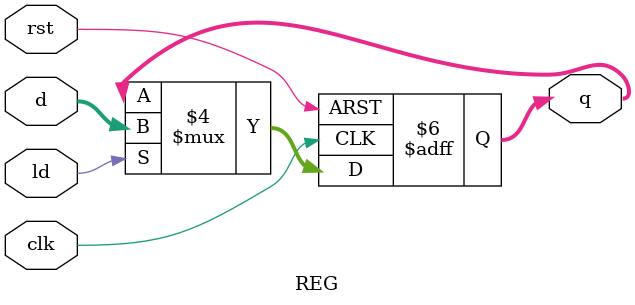
<source format=v>
module REG #(parameter WIDTH = 8)(
    input clk,
    input rst,                  
    input ld,                  
    input [WIDTH-1:0] d,                   
    output reg [WIDTH-1:0] q);  
    // asynchronous, active HIGH reset w. enable input  
    initial begin
        q = 0;
    end
    always @(posedge rst, posedge clk) begin     
        if (rst) q = 0;
        else if (ld) q <= d;      
        else q <= q; 
    end
endmodule 

</source>
